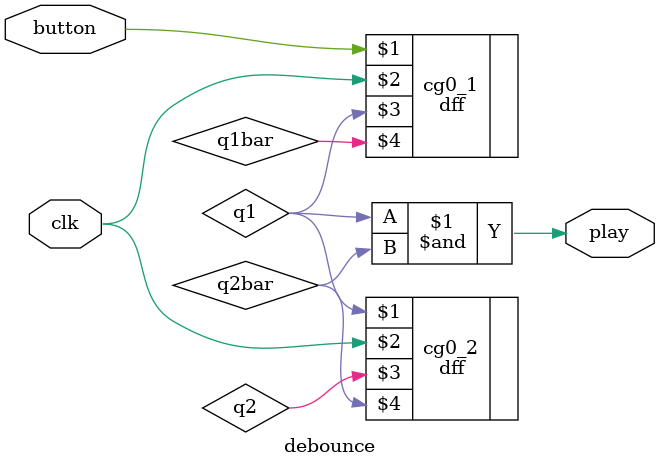
<source format=v>
`timescale 1ns / 1ps


module debounce(
    input clk,
    input button,
    output play
    );
    wire q1,q1bar,q2,q2bar;
    dff cg0_1(button,clk,q1,q1bar);
    dff cg0_2(q1,clk,q2,q2bar);
    and(play,q1,q2bar);
endmodule

</source>
